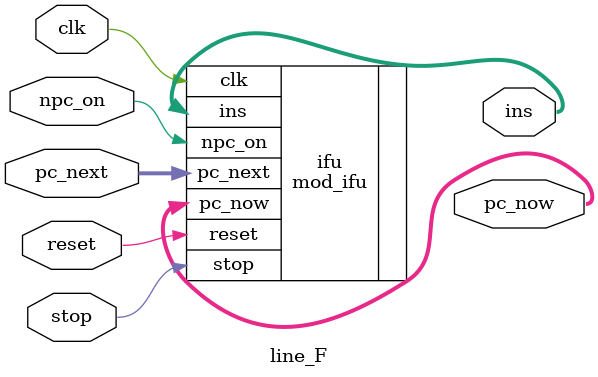
<source format=v>
`timescale 1ns / 1ps
module line_F(
	input [31:0] pc_next,
	input npc_on,
	
	input clk,
	input reset,
	input stop,
	
	output [31:0] ins,
	output [31:0] pc_now
    );

mod_ifu ifu(
	.pc_next(pc_next),
	.npc_on(npc_on),
	
	.clk(clk),
	.reset(reset),
	.stop(stop),
	
	.ins(ins),
	.pc_now(pc_now)
);

endmodule

</source>
